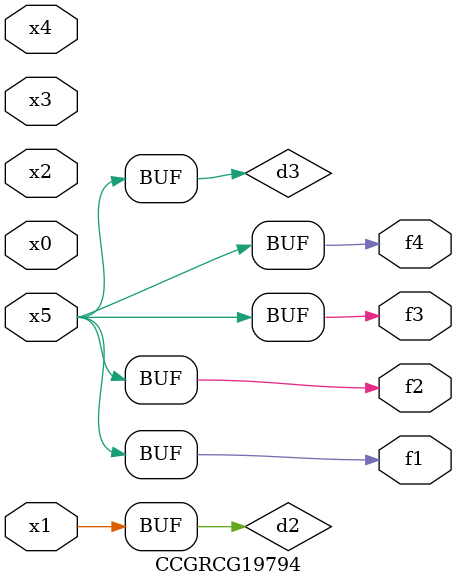
<source format=v>
module CCGRCG19794(
	input x0, x1, x2, x3, x4, x5,
	output f1, f2, f3, f4
);

	wire d1, d2, d3;

	not (d1, x5);
	or (d2, x1);
	xnor (d3, d1);
	assign f1 = d3;
	assign f2 = d3;
	assign f3 = d3;
	assign f4 = d3;
endmodule

</source>
